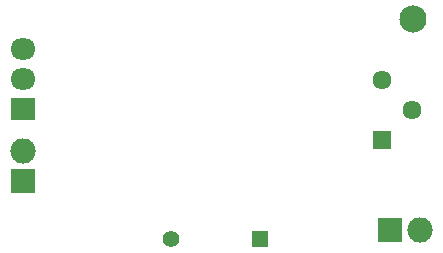
<source format=gbs>
G04 #@! TF.FileFunction,Soldermask,Bot*
%FSLAX46Y46*%
G04 Gerber Fmt 4.6, Leading zero omitted, Abs format (unit mm)*
G04 Created by KiCad (PCBNEW 4.0.1-stable) date Tisdag 22 Mars 2016 22:05:33*
%MOMM*%
G01*
G04 APERTURE LIST*
%ADD10C,0.100000*%
%ADD11R,2.133600X1.828800*%
%ADD12O,2.133600X1.828800*%
%ADD13C,1.611600*%
%ADD14R,1.611600X1.611600*%
%ADD15R,1.401600X1.401600*%
%ADD16C,1.401600*%
%ADD17R,2.133600X2.133600*%
%ADD18O,2.133600X2.133600*%
%ADD19C,2.301600*%
G04 APERTURE END LIST*
D10*
D11*
X162400000Y-115900000D03*
D12*
X162400000Y-113360000D03*
X162400000Y-110820000D03*
D13*
X192775000Y-113445000D03*
D14*
X192775000Y-118525000D03*
D13*
X195315000Y-115985000D03*
D15*
X182400000Y-126900000D03*
D16*
X174900000Y-126900000D03*
D17*
X162375000Y-122050000D03*
D18*
X162375000Y-119510000D03*
D17*
X193400000Y-126150000D03*
D18*
X195940000Y-126150000D03*
D19*
X195400000Y-108300000D03*
M02*

</source>
